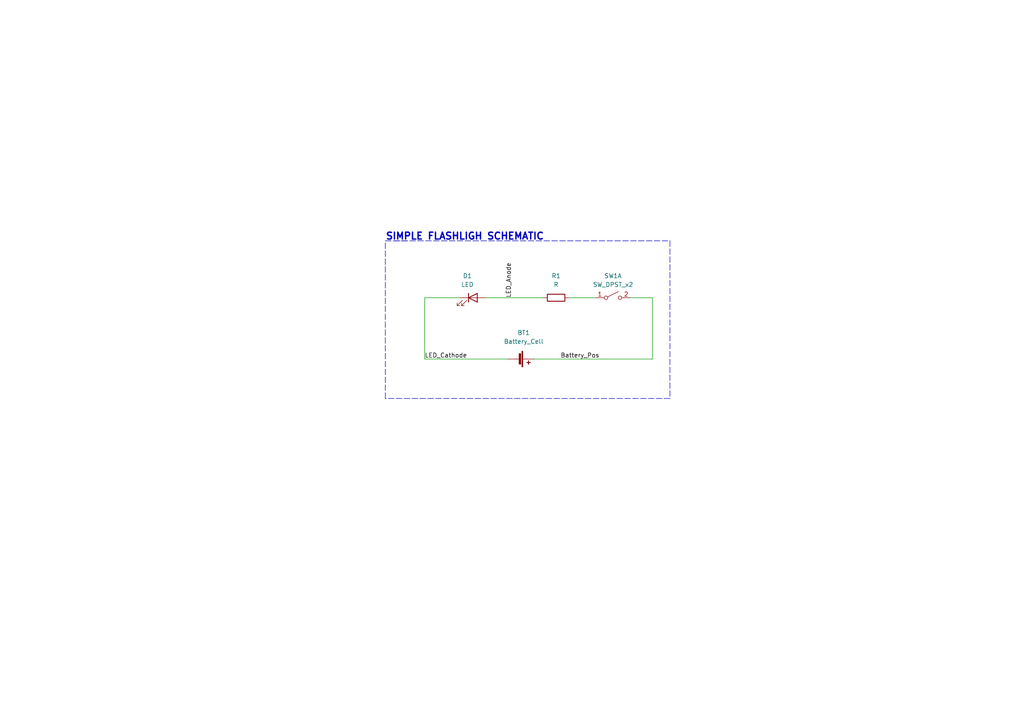
<source format=kicad_sch>
(kicad_sch (version 20211123) (generator eeschema)

  (uuid 9538e4ed-27e6-4c37-b989-9859dc0d49e8)

  (paper "A4")

  (title_block
    (title "Simple Flashlight Schematic")
    (date "2023-05-18")
    (rev "1.1")
    (company "Famous Electronics Hub")
  )

  (lib_symbols
    (symbol "Device:Battery_Cell" (pin_numbers hide) (pin_names (offset 0) hide) (in_bom yes) (on_board yes)
      (property "Reference" "BT" (id 0) (at 2.54 2.54 0)
        (effects (font (size 1.27 1.27)) (justify left))
      )
      (property "Value" "Battery_Cell" (id 1) (at 2.54 0 0)
        (effects (font (size 1.27 1.27)) (justify left))
      )
      (property "Footprint" "" (id 2) (at 0 1.524 90)
        (effects (font (size 1.27 1.27)) hide)
      )
      (property "Datasheet" "~" (id 3) (at 0 1.524 90)
        (effects (font (size 1.27 1.27)) hide)
      )
      (property "ki_keywords" "battery cell" (id 4) (at 0 0 0)
        (effects (font (size 1.27 1.27)) hide)
      )
      (property "ki_description" "Single-cell battery" (id 5) (at 0 0 0)
        (effects (font (size 1.27 1.27)) hide)
      )
      (symbol "Battery_Cell_0_1"
        (rectangle (start -2.286 1.778) (end 2.286 1.524)
          (stroke (width 0) (type default) (color 0 0 0 0))
          (fill (type outline))
        )
        (rectangle (start -1.5748 1.1938) (end 1.4732 0.6858)
          (stroke (width 0) (type default) (color 0 0 0 0))
          (fill (type outline))
        )
        (polyline
          (pts
            (xy 0 0.762)
            (xy 0 0)
          )
          (stroke (width 0) (type default) (color 0 0 0 0))
          (fill (type none))
        )
        (polyline
          (pts
            (xy 0 1.778)
            (xy 0 2.54)
          )
          (stroke (width 0) (type default) (color 0 0 0 0))
          (fill (type none))
        )
        (polyline
          (pts
            (xy 0.508 3.429)
            (xy 1.524 3.429)
          )
          (stroke (width 0.254) (type default) (color 0 0 0 0))
          (fill (type none))
        )
        (polyline
          (pts
            (xy 1.016 3.937)
            (xy 1.016 2.921)
          )
          (stroke (width 0.254) (type default) (color 0 0 0 0))
          (fill (type none))
        )
      )
      (symbol "Battery_Cell_1_1"
        (pin passive line (at 0 5.08 270) (length 2.54)
          (name "+" (effects (font (size 1.27 1.27))))
          (number "1" (effects (font (size 1.27 1.27))))
        )
        (pin passive line (at 0 -2.54 90) (length 2.54)
          (name "-" (effects (font (size 1.27 1.27))))
          (number "2" (effects (font (size 1.27 1.27))))
        )
      )
    )
    (symbol "Device:LED" (pin_numbers hide) (pin_names (offset 1.016) hide) (in_bom yes) (on_board yes)
      (property "Reference" "D" (id 0) (at 0 2.54 0)
        (effects (font (size 1.27 1.27)))
      )
      (property "Value" "LED" (id 1) (at 0 -2.54 0)
        (effects (font (size 1.27 1.27)))
      )
      (property "Footprint" "" (id 2) (at 0 0 0)
        (effects (font (size 1.27 1.27)) hide)
      )
      (property "Datasheet" "~" (id 3) (at 0 0 0)
        (effects (font (size 1.27 1.27)) hide)
      )
      (property "ki_keywords" "LED diode" (id 4) (at 0 0 0)
        (effects (font (size 1.27 1.27)) hide)
      )
      (property "ki_description" "Light emitting diode" (id 5) (at 0 0 0)
        (effects (font (size 1.27 1.27)) hide)
      )
      (property "ki_fp_filters" "LED* LED_SMD:* LED_THT:*" (id 6) (at 0 0 0)
        (effects (font (size 1.27 1.27)) hide)
      )
      (symbol "LED_0_1"
        (polyline
          (pts
            (xy -1.27 -1.27)
            (xy -1.27 1.27)
          )
          (stroke (width 0.254) (type default) (color 0 0 0 0))
          (fill (type none))
        )
        (polyline
          (pts
            (xy -1.27 0)
            (xy 1.27 0)
          )
          (stroke (width 0) (type default) (color 0 0 0 0))
          (fill (type none))
        )
        (polyline
          (pts
            (xy 1.27 -1.27)
            (xy 1.27 1.27)
            (xy -1.27 0)
            (xy 1.27 -1.27)
          )
          (stroke (width 0.254) (type default) (color 0 0 0 0))
          (fill (type none))
        )
        (polyline
          (pts
            (xy -3.048 -0.762)
            (xy -4.572 -2.286)
            (xy -3.81 -2.286)
            (xy -4.572 -2.286)
            (xy -4.572 -1.524)
          )
          (stroke (width 0) (type default) (color 0 0 0 0))
          (fill (type none))
        )
        (polyline
          (pts
            (xy -1.778 -0.762)
            (xy -3.302 -2.286)
            (xy -2.54 -2.286)
            (xy -3.302 -2.286)
            (xy -3.302 -1.524)
          )
          (stroke (width 0) (type default) (color 0 0 0 0))
          (fill (type none))
        )
      )
      (symbol "LED_1_1"
        (pin passive line (at -3.81 0 0) (length 2.54)
          (name "K" (effects (font (size 1.27 1.27))))
          (number "1" (effects (font (size 1.27 1.27))))
        )
        (pin passive line (at 3.81 0 180) (length 2.54)
          (name "A" (effects (font (size 1.27 1.27))))
          (number "2" (effects (font (size 1.27 1.27))))
        )
      )
    )
    (symbol "Device:R" (pin_numbers hide) (pin_names (offset 0)) (in_bom yes) (on_board yes)
      (property "Reference" "R" (id 0) (at 2.032 0 90)
        (effects (font (size 1.27 1.27)))
      )
      (property "Value" "R" (id 1) (at 0 0 90)
        (effects (font (size 1.27 1.27)))
      )
      (property "Footprint" "" (id 2) (at -1.778 0 90)
        (effects (font (size 1.27 1.27)) hide)
      )
      (property "Datasheet" "~" (id 3) (at 0 0 0)
        (effects (font (size 1.27 1.27)) hide)
      )
      (property "ki_keywords" "R res resistor" (id 4) (at 0 0 0)
        (effects (font (size 1.27 1.27)) hide)
      )
      (property "ki_description" "Resistor" (id 5) (at 0 0 0)
        (effects (font (size 1.27 1.27)) hide)
      )
      (property "ki_fp_filters" "R_*" (id 6) (at 0 0 0)
        (effects (font (size 1.27 1.27)) hide)
      )
      (symbol "R_0_1"
        (rectangle (start -1.016 -2.54) (end 1.016 2.54)
          (stroke (width 0.254) (type default) (color 0 0 0 0))
          (fill (type none))
        )
      )
      (symbol "R_1_1"
        (pin passive line (at 0 3.81 270) (length 1.27)
          (name "~" (effects (font (size 1.27 1.27))))
          (number "1" (effects (font (size 1.27 1.27))))
        )
        (pin passive line (at 0 -3.81 90) (length 1.27)
          (name "~" (effects (font (size 1.27 1.27))))
          (number "2" (effects (font (size 1.27 1.27))))
        )
      )
    )
    (symbol "Switch:SW_DPST_x2" (pin_names (offset 0) hide) (in_bom yes) (on_board yes)
      (property "Reference" "SW" (id 0) (at 0 3.175 0)
        (effects (font (size 1.27 1.27)))
      )
      (property "Value" "SW_DPST_x2" (id 1) (at 0 -2.54 0)
        (effects (font (size 1.27 1.27)))
      )
      (property "Footprint" "" (id 2) (at 0 0 0)
        (effects (font (size 1.27 1.27)) hide)
      )
      (property "Datasheet" "~" (id 3) (at 0 0 0)
        (effects (font (size 1.27 1.27)) hide)
      )
      (property "ki_keywords" "switch lever" (id 4) (at 0 0 0)
        (effects (font (size 1.27 1.27)) hide)
      )
      (property "ki_description" "Single Pole Single Throw (SPST) switch, separate symbol" (id 5) (at 0 0 0)
        (effects (font (size 1.27 1.27)) hide)
      )
      (symbol "SW_DPST_x2_0_0"
        (circle (center -2.032 0) (radius 0.508)
          (stroke (width 0) (type default) (color 0 0 0 0))
          (fill (type none))
        )
        (polyline
          (pts
            (xy -1.524 0.254)
            (xy 1.524 1.778)
          )
          (stroke (width 0) (type default) (color 0 0 0 0))
          (fill (type none))
        )
        (circle (center 2.032 0) (radius 0.508)
          (stroke (width 0) (type default) (color 0 0 0 0))
          (fill (type none))
        )
      )
      (symbol "SW_DPST_x2_1_1"
        (pin passive line (at -5.08 0 0) (length 2.54)
          (name "A" (effects (font (size 1.27 1.27))))
          (number "1" (effects (font (size 1.27 1.27))))
        )
        (pin passive line (at 5.08 0 180) (length 2.54)
          (name "B" (effects (font (size 1.27 1.27))))
          (number "2" (effects (font (size 1.27 1.27))))
        )
      )
      (symbol "SW_DPST_x2_2_1"
        (pin passive line (at -5.08 0 0) (length 2.54)
          (name "A" (effects (font (size 1.27 1.27))))
          (number "3" (effects (font (size 1.27 1.27))))
        )
        (pin passive line (at 5.08 0 180) (length 2.54)
          (name "B" (effects (font (size 1.27 1.27))))
          (number "4" (effects (font (size 1.27 1.27))))
        )
      )
    )
  )


  (wire (pts (xy 189.23 86.36) (xy 189.23 104.14))
    (stroke (width 0) (type default) (color 0 0 0 0))
    (uuid 0c49fd42-d054-4647-a9ba-e7638cfb9016)
  )
  (polyline (pts (xy 194.31 69.85) (xy 194.31 115.57))
    (stroke (width 0) (type default) (color 0 0 0 0))
    (uuid 1b5baa0a-550a-4e50-a966-c073a65c1856)
  )

  (wire (pts (xy 154.94 104.14) (xy 189.23 104.14))
    (stroke (width 0) (type default) (color 0 0 0 0))
    (uuid 1f5d9439-5207-41c0-a2f2-02012504baab)
  )
  (wire (pts (xy 165.1 86.36) (xy 172.72 86.36))
    (stroke (width 0) (type default) (color 0 0 0 0))
    (uuid 27e904ce-70c7-4ae6-969c-5a83bd2d6a55)
  )
  (polyline (pts (xy 114.3 69.85) (xy 194.31 69.85))
    (stroke (width 0) (type default) (color 0 0 0 0))
    (uuid 28d29783-9793-4165-8bbe-f332a0e00dfa)
  )

  (wire (pts (xy 123.19 86.36) (xy 133.35 86.36))
    (stroke (width 0) (type default) (color 0 0 0 0))
    (uuid 36c4f8cd-46de-4cbf-884e-dba27f535fe0)
  )
  (wire (pts (xy 123.19 104.14) (xy 123.19 86.36))
    (stroke (width 0) (type default) (color 0 0 0 0))
    (uuid 4c484923-a293-4d0f-86f3-fdb354023fab)
  )
  (wire (pts (xy 147.32 104.14) (xy 123.19 104.14))
    (stroke (width 0) (type default) (color 0 0 0 0))
    (uuid 5b06c932-d305-4a43-b479-668aae5c2379)
  )
  (wire (pts (xy 182.88 86.36) (xy 189.23 86.36))
    (stroke (width 0) (type default) (color 0 0 0 0))
    (uuid 9ede0cc2-bfca-4fe3-88d9-8706a24e8098)
  )
  (polyline (pts (xy 111.76 115.57) (xy 111.76 69.85))
    (stroke (width 0) (type default) (color 0 0 0 0))
    (uuid ce92dcac-a115-4b7d-bf8d-f1f4d6d88047)
  )

  (wire (pts (xy 140.97 86.36) (xy 157.48 86.36))
    (stroke (width 0) (type default) (color 0 0 0 0))
    (uuid dac1ce82-ca03-4739-a5b0-8cbab8a51dcd)
  )
  (polyline (pts (xy 111.76 69.85) (xy 118.11 69.85))
    (stroke (width 0) (type default) (color 0 0 0 0))
    (uuid e68a2e2c-8c47-4142-8887-d37e67f5046c)
  )
  (polyline (pts (xy 194.31 115.57) (xy 111.76 115.57))
    (stroke (width 0) (type default) (color 0 0 0 0))
    (uuid ec9b6813-0ca0-48f9-b2b8-b788f299fd07)
  )

  (text "SIMPLE FLASHLIGH SCHEMATIC" (at 111.76 69.85 0)
    (effects (font (size 2 2) (thickness 0.4) bold) (justify left bottom))
    (uuid f138e7c8-51ad-4fba-93e6-559a3ee17f1a)
  )

  (label "LED_Anode" (at 148.59 86.36 90)
    (effects (font (size 1.27 1.27)) (justify left bottom))
    (uuid ad08cb64-75c7-4777-89d2-65c556c630d5)
  )
  (label "Battery_Pos" (at 162.56 104.14 0)
    (effects (font (size 1.27 1.27)) (justify left bottom))
    (uuid c1bbd12c-c6cf-45c7-828d-d0b6558c65a2)
  )
  (label "LED_Cathode" (at 123.19 104.14 0)
    (effects (font (size 1.27 1.27)) (justify left bottom))
    (uuid e6634efb-db42-4112-9692-caedd831d895)
  )

  (symbol (lib_id "Device:R") (at 161.29 86.36 90) (unit 1)
    (in_bom yes) (on_board yes) (fields_autoplaced)
    (uuid 1d2c9525-4362-44d1-a8b8-179a4ce1b7ca)
    (property "Reference" "R1" (id 0) (at 161.29 80.01 90))
    (property "Value" "R" (id 1) (at 161.29 82.55 90))
    (property "Footprint" "Resistor_THT:R_Axial_DIN0204_L3.6mm_D1.6mm_P7.62mm_Horizontal" (id 2) (at 161.29 88.138 90)
      (effects (font (size 1.27 1.27)) hide)
    )
    (property "Datasheet" "~" (id 3) (at 161.29 86.36 0)
      (effects (font (size 1.27 1.27)) hide)
    )
    (pin "1" (uuid ed704165-075f-492a-9af0-394fd6c41d9e))
    (pin "2" (uuid 1e496a56-cb35-4555-8068-2e85e2ef177b))
  )

  (symbol (lib_id "Device:LED") (at 137.16 86.36 0) (unit 1)
    (in_bom yes) (on_board yes) (fields_autoplaced)
    (uuid 73ff453e-6e39-4800-947b-a5ba4142b15e)
    (property "Reference" "D1" (id 0) (at 135.5725 80.01 0))
    (property "Value" "LED" (id 1) (at 135.5725 82.55 0))
    (property "Footprint" "LED_THT:LED_D3.0mm_IRGrey" (id 2) (at 137.16 86.36 0)
      (effects (font (size 1.27 1.27)) hide)
    )
    (property "Datasheet" "~" (id 3) (at 137.16 86.36 0)
      (effects (font (size 1.27 1.27)) hide)
    )
    (pin "1" (uuid e4c50208-faff-4dc6-92f3-177bc479ae49))
    (pin "2" (uuid 71507327-aca7-400b-91af-35ed0f809b8f))
  )

  (symbol (lib_id "Device:Battery_Cell") (at 149.86 104.14 270) (unit 1)
    (in_bom yes) (on_board yes) (fields_autoplaced)
    (uuid 95ec4230-8155-49f1-a3a3-fbb077d9346c)
    (property "Reference" "BT1" (id 0) (at 151.892 96.52 90))
    (property "Value" "Battery_Cell" (id 1) (at 151.892 99.06 90))
    (property "Footprint" "Battery:BatteryHolder_Keystone_1060_1x2032" (id 2) (at 151.384 104.14 90)
      (effects (font (size 1.27 1.27)) hide)
    )
    (property "Datasheet" "~" (id 3) (at 151.384 104.14 90)
      (effects (font (size 1.27 1.27)) hide)
    )
    (pin "1" (uuid 6c6aaad1-4d4a-44c3-ba7f-90c8b9a4f729))
    (pin "2" (uuid 4b9b9490-484d-4f2f-aaa9-f6dbfc6a3d65))
  )

  (symbol (lib_id "Switch:SW_DPST_x2") (at 177.8 86.36 0) (unit 1)
    (in_bom yes) (on_board yes) (fields_autoplaced)
    (uuid bcc17d3a-2a6b-4226-83a3-ee2299dfa9ff)
    (property "Reference" "SW1" (id 0) (at 177.8 80.01 0))
    (property "Value" "SW_DPST_x2" (id 1) (at 177.8 82.55 0))
    (property "Footprint" "Button_Switch_THT:SW_TH_Tactile_Omron_B3F-10xx" (id 2) (at 177.8 86.36 0)
      (effects (font (size 1.27 1.27)) hide)
    )
    (property "Datasheet" "~" (id 3) (at 177.8 86.36 0)
      (effects (font (size 1.27 1.27)) hide)
    )
    (pin "1" (uuid 790dbd70-cad7-439d-a2fd-0f5c751d6f81))
    (pin "2" (uuid ff1b1bb7-c1a1-47ad-9045-c2d349ce320f))
  )

  (sheet_instances
    (path "/" (page "1"))
  )

  (symbol_instances
    (path "/95ec4230-8155-49f1-a3a3-fbb077d9346c"
      (reference "BT1") (unit 1) (value "Battery_Cell") (footprint "Battery:BatteryHolder_Keystone_1060_1x2032")
    )
    (path "/73ff453e-6e39-4800-947b-a5ba4142b15e"
      (reference "D1") (unit 1) (value "LED") (footprint "LED_THT:LED_D3.0mm_IRGrey")
    )
    (path "/1d2c9525-4362-44d1-a8b8-179a4ce1b7ca"
      (reference "R1") (unit 1) (value "R") (footprint "Resistor_THT:R_Axial_DIN0204_L3.6mm_D1.6mm_P7.62mm_Horizontal")
    )
    (path "/bcc17d3a-2a6b-4226-83a3-ee2299dfa9ff"
      (reference "SW1") (unit 1) (value "SW_DPST_x2") (footprint "Button_Switch_THT:SW_TH_Tactile_Omron_B3F-10xx")
    )
  )
)

</source>
